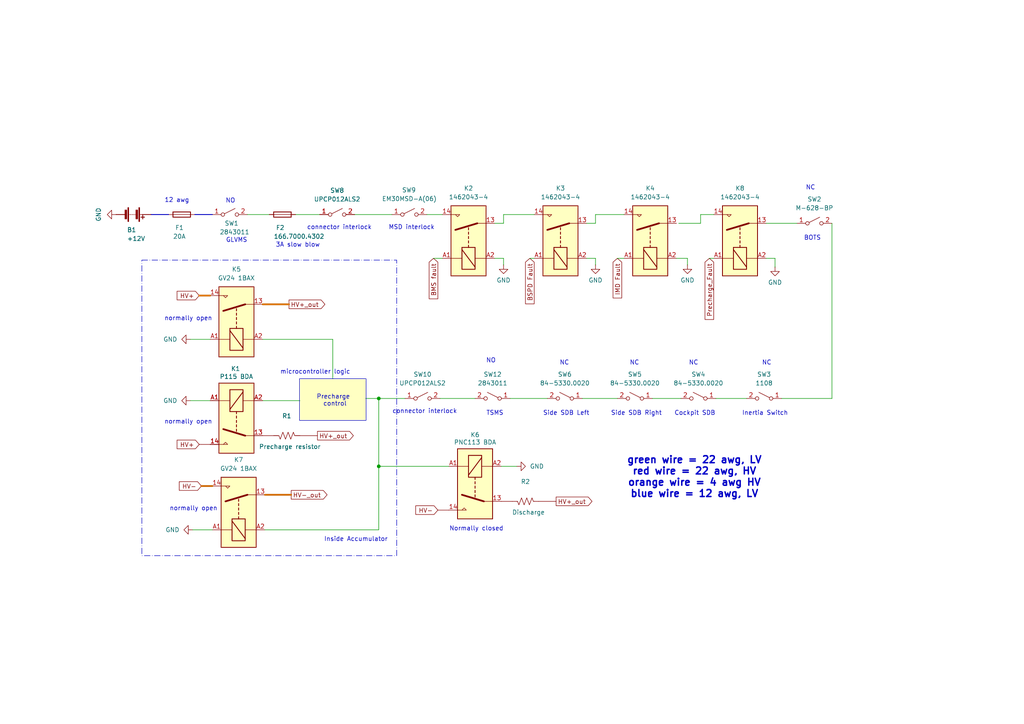
<source format=kicad_sch>
(kicad_sch (version 20250114) (generator "eeschema") (generator_version "9.0")
  (paper "A4")
  (lib_symbols
    (symbol "Device:Battery" (pin_numbers (hide yes)) (pin_names (offset 0) (hide yes))
      (property "Reference" "BT" (at 2.54 2.54 0))
      (property "Value" "Battery" (at 2.54 0 0))
      (symbol "Battery_0_1"
        (rectangle (start -2.032 1.778) (end 2.032 1.524) (fill (type outline)))
        (rectangle (start -2.032 -1.397) (end 2.032 -1.651) (fill (type outline)))
        (rectangle (start -1.3208 1.1938) (end 1.27 0.6858) (fill (type outline)))
        (rectangle (start -1.3208 -1.9812) (end 1.27 -2.4892) (fill (type outline)))
        (polyline (pts (xy 0 1.778) (xy 0 2.54)))
        (polyline (pts (xy 0 0.508) (xy 0 0.762)))
        (polyline (pts (xy 0 0) (xy 0 0.254)))
        (polyline (pts (xy 0 -0.508) (xy 0 -0.254)))
        (polyline (pts (xy 0 -1.016) (xy 0 -0.762)))
        (polyline (pts (xy 0 -1.524) (xy 0 -1.27)))
        (polyline (pts (xy 0.254 2.667) (xy 1.27 2.667)) (stroke (width 0.254)))
        (polyline (pts (xy 0.762 3.175) (xy 0.762 2.159)) (stroke (width 0.254)))
      )
      (symbol "Battery_1_1"
        (pin passive line (at 0 5.08 270) (length 2.54) (name "+") (number "1"))
        (pin passive line (at 0 -5.08 90) (length 2.54) (name "-") (number "2"))
      )
    )
    (symbol "Device:Fuse" (pin_numbers (hide yes)) (pin_names (offset 0))
      (property "Reference" "F" (at 2.032 0 90))
      (property "Value" "Fuse" (at -1.905 0 90))
      (symbol "Fuse_0_1"
        (rectangle (start -0.762 -2.54) (end 0.762 2.54) (stroke (width 0.254)))
        (polyline (pts (xy 0 2.54) (xy 0 -2.54)))
      )
      (symbol "Fuse_1_1"
        (pin passive line (at 0 3.81 270) (length 1.27) (name "~") (number "1"))
        (pin passive line (at 0 -3.81 90) (length 1.27) (name "~") (number "2"))
      )
    )
    (symbol "Device:R_US" (pin_numbers (hide yes)) (pin_names (offset 0))
      (property "Reference" "R" (at 2.54 0 90))
      (property "Value" "R_US" (at -2.54 0 90))
      (symbol "R_US_0_1"
        (polyline (pts (xy 0 2.286) (xy 0 2.54)))
        (polyline (pts (xy 0 2.286) (xy 1.016 1.905) (xy 0 1.524) (xy -1.016 1.143) (xy 0 0.762)))
        (polyline (pts (xy 0 0.762) (xy 1.016 0.381) (xy 0 0) (xy -1.016 -0.381) (xy 0 -0.762)))
        (polyline (pts (xy 0 -0.762) (xy 1.016 -1.143) (xy 0 -1.524) (xy -1.016 -1.905) (xy 0 -2.286)))
        (polyline (pts (xy 0 -2.286) (xy 0 -2.54)))
      )
      (symbol "R_US_1_1"
        (pin passive line (at 0 3.81 270) (length 1.27) (name "~") (number "1"))
        (pin passive line (at 0 -3.81 90) (length 1.27) (name "~") (number "2"))
      )
    )
    (symbol "GND_1" (power) (pin_numbers (hide yes)) (pin_names (offset 0) (hide yes))
      (property "Value" "GND" (at 0 -3.81 0))
      (symbol "GND_1_0_1"
        (polyline (pts (xy 0 0) (xy 0 -1.27) (xy 1.27 -1.27) (xy 0 -2.54) (xy -1.27 -1.27) (xy 0 -1.27)))
      )
      (symbol "GND_1_1_1"
        (pin power_in line (at 0 0 270) (length 0) (name "~") (number "1"))
      )
    )
    (symbol "Relay:Relay_SPST-NO"
      (property "Reference" "K" (at 11.43 3.81 0))
      (property "Value" "Relay_SPST-NO" (at 11.43 1.27 0))
      (symbol "Relay_SPST-NO_0_0"
        (polyline (pts (xy 7.62 5.08) (xy 7.62 2.54) (xy 6.985 3.175) (xy 7.62 3.81)))
      )
      (symbol "Relay_SPST-NO_0_1"
        (rectangle (start -10.16 5.08) (end 10.16 -5.08) (stroke (width 0.254)) (fill (type background)))
        (rectangle (start -8.255 1.905) (end -1.905 -1.905) (stroke (width 0.254)))
        (polyline (pts (xy -7.62 -1.905) (xy -2.54 1.905)) (stroke (width 0.254)))
        (polyline (pts (xy -5.08 5.08) (xy -5.08 1.905)))
        (polyline (pts (xy -5.08 -5.08) (xy -5.08 -1.905)))
        (polyline (pts (xy -1.905 0) (xy -1.27 0)) (stroke (width 0.254)))
        (polyline (pts (xy -0.635 0) (xy 0 0)) (stroke (width 0.254)))
        (polyline (pts (xy 0.635 0) (xy 1.27 0)) (stroke (width 0.254)))
        (polyline (pts (xy 1.905 0) (xy 2.54 0)) (stroke (width 0.254)))
        (polyline (pts (xy 3.175 0) (xy 3.81 0)) (stroke (width 0.254)))
        (polyline (pts (xy 5.08 -2.54) (xy 3.175 3.81)) (stroke (width 0.508)))
        (polyline (pts (xy 5.08 -2.54) (xy 5.08 -5.08)))
      )
      (symbol "Relay_SPST-NO_1_1"
        (pin passive line (at -5.08 7.62 270) (length 2.54) (name "~") (number "A1"))
        (pin passive line (at -5.08 -7.62 90) (length 2.54) (name "~") (number "A2"))
        (pin passive line (at 5.08 -7.62 90) (length 2.54) (name "~") (number "13"))
        (pin passive line (at 7.62 7.62 270) (length 2.54) (name "~") (number "14"))
      )
    )
    (symbol "Switch:SW_SPST" (pin_names (offset 0) (hide yes))
      (property "Reference" "SW" (at 0 3.175 0))
      (property "Value" "SW_SPST" (at 0 -2.54 0))
      (symbol "SW_SPST_0_0"
        (circle (center -2.032 0) (radius 0.508))
        (polyline (pts (xy -1.524 0.254) (xy 1.524 1.778)))
        (circle (center 2.032 0) (radius 0.508))
      )
      (symbol "SW_SPST_1_1"
        (pin passive line (at -5.08 0 0) (length 2.54) (name "A") (number "1"))
        (pin passive line (at 5.08 0 180) (length 2.54) (name "B") (number "2"))
      )
    )
    (symbol "power:GND" (power) (pin_names (offset 0))
      (property "Value" "GND" (at 0 -3.81 0))
      (symbol "GND_0_1"
        (polyline (pts (xy 0 0) (xy 0 -1.27) (xy 1.27 -1.27) (xy 0 -2.54) (xy -1.27 -1.27) (xy 0 -1.27)))
      )
      (symbol "GND_1_1"
        (pin power_in line (at 0 0 270) (length 0) (hide yes) (name "GND") (number "1"))
      )
    )
  )
  (rectangle (start 86.868 109.855) (end 106.172 121.92) (fill (type color) (color 255 255 194 1)))
  (rectangle (start 41.148 75.438) (end 115.062 161.163) (stroke (width 0) (type dash_dot)))
  (text "Normally closed" (at 138.176 153.416 0) (effects (font (size 1.27 1.27))))
  (text "Precharge \ncontrol" (at 97.155 116.205 0) (effects (font (size 1.27 1.27))))
  (text "Side SDB Left" (at 157.48 120.65 0) (effects (font (size 1.27 1.27)) (justify left bottom)))
  (text "Inertia Switch\n" (at 228.6 120.65 0) (effects (font (size 1.27 1.27)) (justify right bottom)))
  (text "connector interlock" (at 98.425 66.04 0) (effects (font (size 1.27 1.27))))
  (text "green wire = 22 awg, LV\nred wire = 22 awg, HV\norange wire = 4 awg HV\nblue wire = 12 awg, LV" (at 201.422 138.43 0) (effects (font (size 2.032 2.032) (thickness 0.4064) (bold yes))))
  (text "NC" (at 185.42 106.045 0) (effects (font (size 1.27 1.27)) (justify right bottom)))
  (text "NC" (at 202.565 106.045 0) (effects (font (size 1.27 1.27)) (justify right bottom)))
  (text "12 awg" (at 51.308 58.166 0) (effects (font (size 1.27 1.27))))
  (text "normally open" (at 54.61 122.428 0) (effects (font (size 1.27 1.27))))
  (text "NC" (at 165.1 106.045 0) (effects (font (size 1.27 1.27)) (justify right bottom)))
  (text "TSMS\n" (at 146.05 120.65 0) (effects (font (size 1.27 1.27)) (justify right bottom)))
  (text "Side SDB Right" (at 177.165 120.65 0) (effects (font (size 1.27 1.27)) (justify left bottom)))
  (text "normally open" (at 56.134 147.574 0) (effects (font (size 1.27 1.27))))
  (text "NC" (at 220.98 106.045 0) (effects (font (size 1.27 1.27)) (justify left bottom)))
  (text "BOTS\n" (at 238.125 69.85 0) (effects (font (size 1.27 1.27)) (justify right bottom)))
  (text "connector interlock" (at 123.19 119.38 0) (effects (font (size 1.27 1.27))))
  (text "GLVMS" (at 71.755 70.485 0) (effects (font (size 1.27 1.27)) (justify right bottom)))
  (text "NC" (at 233.68 55.245 0) (effects (font (size 1.27 1.27)) (justify left bottom)))
  (text "normally open" (at 54.61 92.456 0) (effects (font (size 1.27 1.27))))
  (text "NO" (at 140.97 105.41 0) (effects (font (size 1.27 1.27)) (justify left bottom)))
  (text "Inside Accumulator" (at 93.98 157.226 0) (effects (font (size 1.27 1.27)) (justify left bottom)))
  (text "Cockpit SDB" (at 195.58 120.65 0) (effects (font (size 1.27 1.27)) (justify left bottom)))
  (text "microcontroller logic" (at 91.44 107.95 0) (effects (font (size 1.27 1.27))))
  (text "NO" (at 65.405 59.055 0) (effects (font (size 1.27 1.27)) (justify left bottom)))
  (text "MSD interlock" (at 119.38 66.04 0) (effects (font (size 1.27 1.27))))
  (text "3A slow blow " (at 86.868 71.12 0) (effects (font (size 1.27 1.27))))
  (junction (at 109.855 115.57))
  (junction (at 109.855 135.255))
  (wire (pts (xy 222.25 64.77) (xy 231.14 64.77)))
  (wire (pts (xy 147.955 115.57) (xy 158.75 115.57)))
  (wire (pts (xy 125.73 74.93) (xy 128.27 74.93)))
  (wire (pts (xy 109.855 115.57) (xy 109.855 135.255)))
  (wire (pts (xy 143.51 64.77) (xy 146.05 64.77)))
  (wire (pts (xy 179.07 74.93) (xy 180.975 74.93)))
  (wire (pts (xy 203.2 62.23) (xy 203.2 64.77)))
  (wire (pts (xy 153.67 74.93) (xy 154.94 74.93)))
  (wire (pts (xy 76.2 116.205) (xy 86.995 116.205)))
  (wire (pts (xy 146.05 74.93) (xy 143.51 74.93)))
  (wire (pts (xy 102.87 62.23) (xy 113.665 62.23)))
  (wire (pts (xy 205.74 74.93) (xy 207.01 74.93)))
  (wire (pts (xy 127 147.955) (xy 130.175 147.955)) (stroke (width 0) (color 132 0 0 1)))
  (wire (pts (xy 170.18 64.77) (xy 172.72 64.77)))
  (wire (pts (xy 56.515 62.23) (xy 61.595 62.23)) (stroke (width 0.254) (color 0 0 194 1)))
  (wire (pts (xy 145.415 135.255) (xy 149.86 135.255)))
  (wire (pts (xy 199.39 74.93) (xy 199.39 76.835)))
  (wire (pts (xy 196.215 74.93) (xy 199.39 74.93)))
  (wire (pts (xy 172.72 74.93) (xy 172.72 76.835)))
  (wire (pts (xy 86.995 126.365) (xy 92.075 126.365)) (stroke (width 0) (color 132 0 0 1)))
  (wire (pts (xy 78.105 62.23) (xy 71.755 62.23)))
  (wire (pts (xy 226.695 115.57) (xy 241.3 115.57)))
  (wire (pts (xy 60.96 116.205) (xy 55.245 116.205)))
  (wire (pts (xy 92.71 62.23) (xy 85.725 62.23)))
  (wire (pts (xy 76.835 153.67) (xy 109.855 153.67)))
  (wire (pts (xy 123.825 62.23) (xy 128.27 62.23)))
  (wire (pts (xy 76.2 98.425) (xy 96.52 98.425)))
  (wire (pts (xy 203.2 62.23) (xy 207.01 62.23)))
  (wire (pts (xy 76.2 88.265) (xy 83.82 88.265)) (stroke (width 0.508) (color 204 102 0 1)))
  (wire (pts (xy 146.05 74.93) (xy 146.05 76.835)))
  (wire (pts (xy 146.05 62.23) (xy 154.94 62.23)))
  (wire (pts (xy 109.855 115.57) (xy 117.475 115.57)))
  (wire (pts (xy 145.415 145.415) (xy 148.59 145.415)) (stroke (width 0) (color 132 0 0 1)))
  (wire (pts (xy 76.2 126.365) (xy 79.375 126.365)) (stroke (width 0) (color 132 0 0 1)))
  (wire (pts (xy 48.895 62.23) (xy 43.815 62.23)) (stroke (width 0.254) (color 0 0 194 1)))
  (wire (pts (xy 196.85 64.77) (xy 203.2 64.77)))
  (wire (pts (xy 57.785 128.905) (xy 60.96 128.905)) (stroke (width 0) (color 132 0 0 1)))
  (wire (pts (xy 109.855 135.255) (xy 109.855 153.67)))
  (wire (pts (xy 197.485 115.57) (xy 189.23 115.57)))
  (wire (pts (xy 224.79 74.93) (xy 224.79 77.47)))
  (wire (pts (xy 146.05 64.77) (xy 146.05 62.23)))
  (wire (pts (xy 61.595 153.67) (xy 55.88 153.67)))
  (wire (pts (xy 179.07 115.57) (xy 168.91 115.57)))
  (wire (pts (xy 57.785 85.725) (xy 60.96 85.725)) (stroke (width 0.508) (color 204 102 0 1)))
  (wire (pts (xy 76.835 143.51) (xy 84.455 143.51)) (stroke (width 0.508) (color 204 102 0 1)))
  (wire (pts (xy 127.635 115.57) (xy 137.795 115.57)))
  (wire (pts (xy 58.42 140.97) (xy 61.595 140.97)) (stroke (width 0.508) (color 204 102 0 1)))
  (wire (pts (xy 109.855 135.255) (xy 130.175 135.255)))
  (wire (pts (xy 60.96 98.425) (xy 55.245 98.425)))
  (wire (pts (xy 96.52 98.425) (xy 96.52 109.855)))
  (wire (pts (xy 241.3 64.77) (xy 241.3 115.57)))
  (wire (pts (xy 106.045 115.57) (xy 109.855 115.57)))
  (wire (pts (xy 170.18 74.93) (xy 172.72 74.93)))
  (wire (pts (xy 172.72 64.77) (xy 172.72 62.23)))
  (wire (pts (xy 156.21 145.415) (xy 161.29 145.415)) (stroke (width 0) (color 132 0 0 1)))
  (wire (pts (xy 207.645 115.57) (xy 216.535 115.57)))
  (wire (pts (xy 222.25 74.93) (xy 224.79 74.93)))
  (wire (pts (xy 172.72 62.23) (xy 180.975 62.23)))
  (global_label "BMS fault" (shape input) (at 125.73 74.93 270) (property "Intersheetrefs" "${INTERSHEET_REFS}" (effects (hide yes))))
  (global_label "HV+" (shape input) (at 57.785 85.725 180) (property "Intersheetrefs" "${INTERSHEET_REFS}" (effects (hide yes))))
  (global_label "HV+_out" (shape output) (at 92.075 126.365 0) (property "Intersheetrefs" "${INTERSHEET_REFS}" (effects (hide yes))))
  (global_label "HV+" (shape input) (at 57.785 128.905 180) (property "Intersheetrefs" "${INTERSHEET_REFS}" (effects (hide yes))))
  (global_label "HV-" (shape input) (at 127 147.955 180) (property "Intersheetrefs" "${INTERSHEET_REFS}" (effects (hide yes))))
  (global_label "HV+_out" (shape output) (at 83.82 88.265 0) (property "Intersheetrefs" "${INTERSHEET_REFS}" (effects (hide yes))))
  (global_label "HV+_out" (shape output) (at 161.29 145.415 0) (property "Intersheetrefs" "${INTERSHEET_REFS}" (effects (hide yes))))
  (global_label "IMD Fault" (shape input) (at 179.07 74.93 270) (property "Intersheetrefs" "${INTERSHEET_REFS}" (effects (hide yes))))
  (global_label "BSPD Fault" (shape input) (at 153.67 74.93 270) (property "Intersheetrefs" "${INTERSHEET_REFS}" (effects (hide yes))))
  (global_label "HV-" (shape input) (at 58.42 140.97 180) (property "Intersheetrefs" "${INTERSHEET_REFS}" (effects (hide yes))))
  (global_label "Precharge_Fault" (shape input) (at 205.74 74.93 270) (property "Intersheetrefs" "${INTERSHEET_REFS}" (effects (hide yes))))
  (global_label "HV-_out" (shape output) (at 84.455 143.51 0) (property "Intersheetrefs" "${INTERSHEET_REFS}" (effects (hide yes))))
  (symbol (lib_id "Switch:SW_SPST") (at 163.83 115.57 0) (mirror y) (unit 1)
    (property "Reference" "SW6" (at 163.83 108.585 0))
    (property "Value" "84-5330.0020" (at 163.83 111.125 0))
  )
  (symbol (lib_name "GND_1") (lib_id "power:GND") (at 172.72 76.835 0) (unit 1)
    (property "Reference" "#PWR02" (effects (hide yes)))
    (property "Value" "GND" (at 172.72 81.28 0))
    (property "Description" "Power symbol creates a global label with name \"GND\" , ground" (effects (hide yes)))
  )
  (symbol (lib_id "Relay:Relay_SPST-NO") (at 214.63 69.85 90) (unit 1)
    (property "Reference" "K8" (at 214.63 54.61 90))
    (property "Value" "1462043-4" (at 214.63 57.15 90))
    (property "Description" "Relay SPST, Normally Open, EN50005" (effects (hide yes)))
  )
  (symbol (lib_id "Switch:SW_SPST") (at 142.875 115.57 0) (mirror y) (unit 1)
    (property "Reference" "SW12" (at 142.875 108.585 0))
    (property "Value" "2843011" (at 142.875 111.125 0))
  )
  (symbol (lib_id "Switch:SW_SPST") (at 202.565 115.57 0) (mirror y) (unit 1)
    (property "Reference" "SW4" (at 202.565 108.585 0))
    (property "Value" "84-5330.0020" (at 202.565 111.125 0))
  )
  (symbol (lib_id "Switch:SW_SPST") (at 236.22 64.77 0) (unit 1)
    (property "Reference" "SW2" (at 236.22 57.785 0))
    (property "Value" "M-628-BP" (at 236.22 60.325 0))
  )
  (symbol (lib_id "power:GND") (at 33.655 62.23 270) (unit 1)
    (property "Reference" "#PWR0101" (effects (hide yes)))
    (property "Value" "GND" (at 28.575 62.23 0))
  )
  (symbol (lib_id "Relay:Relay_SPST-NO") (at 162.56 69.85 90) (unit 1)
    (property "Reference" "K3" (at 162.56 54.61 90))
    (property "Value" "1462043-4" (at 162.56 57.15 90))
    (property "Description" "Relay SPST, Normally Open, EN50005" (effects (hide yes)))
  )
  (symbol (lib_id "power:GND") (at 55.245 98.425 270) (unit 1)
    (property "Reference" "#PWR04" (effects (hide yes)))
    (property "Value" "GND" (at 51.435 98.4251 90) (effects (justify right)))
  )
  (symbol (lib_id "Relay:Relay_SPST-NO") (at 68.58 121.285 90) (mirror x) (unit 1)
    (property "Reference" "K1" (at 68.326 106.934 90))
    (property "Value" "P115 BDA" (at 68.58 109.22 90))
    (property "Description" "Relay SPST, Normally Open, EN50005" (effects (hide yes)))
  )
  (symbol (lib_id "Device:Fuse") (at 81.915 62.23 270) (unit 1)
    (property "Reference" "F2" (at 80.01 66.04 90) (effects (justify left)))
    (property "Value" "166.7000.4302" (at 79.375 68.58 90) (effects (justify left)))
  )
  (symbol (lib_id "Switch:SW_SPST") (at 118.745 62.23 0) (unit 1)
    (property "Reference" "SW9" (at 118.618 55.118 0))
    (property "Value" "EM30MSD-A(06)" (at 118.745 57.658 0))
    (property "Description" "Single Pole Single Throw (SPST) switch" (effects (hide yes)))
  )
  (symbol (lib_id "Switch:SW_SPST") (at 122.555 115.57 0) (unit 1)
    (property "Reference" "SW10" (at 122.555 108.585 0))
    (property "Value" "UPCP012ALS2" (at 122.555 111.125 0))
    (property "Description" "Single Pole Single Throw (SPST) switch" (effects (hide yes)))
  )
  (symbol (lib_id "Device:Battery") (at 38.735 62.23 270) (unit 1)
    (property "Reference" "B1" (at 36.83 66.675 90) (effects (justify left)))
    (property "Value" "+12V" (at 36.83 69.215 90) (effects (justify left)))
  )
  (symbol (lib_id "Relay:Relay_SPST-NO") (at 188.595 69.85 90) (unit 1)
    (property "Reference" "K4" (at 188.595 54.61 90))
    (property "Value" "1462043-4" (at 188.595 57.15 90))
    (property "Description" "Relay SPST, Normally Open, EN50005" (effects (hide yes)))
  )
  (symbol (lib_name "GND_1") (lib_id "power:GND") (at 224.79 77.47 0) (unit 1)
    (property "Reference" "#PWR07" (effects (hide yes)))
    (property "Value" "GND" (at 224.79 81.915 0))
    (property "Description" "Power symbol creates a global label with name \"GND\" , ground" (effects (hide yes)))
  )
  (symbol (lib_id "Switch:SW_SPST") (at 66.675 62.23 0) (unit 1)
    (property "Reference" "SW1" (at 69.215 64.77 0) (effects (justify right)))
    (property "Value" "2843011" (at 72.39 67.31 0) (effects (justify right)))
  )
  (symbol (lib_id "Device:Fuse") (at 52.705 62.23 270) (unit 1)
    (property "Reference" "F1" (at 50.8 66.04 90) (effects (justify left)))
    (property "Value" "20A" (at 50.165 68.58 90) (effects (justify left)))
  )
  (symbol (lib_name "GND_1") (lib_id "power:GND") (at 146.05 76.835 0) (unit 1)
    (property "Reference" "#PWR03" (effects (hide yes)))
    (property "Value" "GND" (at 146.05 81.28 0))
    (property "Description" "Power symbol creates a global label with name \"GND\" , ground" (effects (hide yes)))
  )
  (symbol (lib_id "Switch:SW_SPST") (at 184.15 115.57 0) (mirror y) (unit 1)
    (property "Reference" "SW5" (at 184.15 108.585 0))
    (property "Value" "84-5330.0020" (at 184.15 111.125 0))
  )
  (symbol (lib_id "Switch:SW_SPST") (at 97.79 62.23 0) (unit 1)
    (property "Reference" "SW8" (at 97.79 55.245 0))
    (property "Value" "UPCP012ALS2" (at 97.79 57.785 0))
    (property "Description" "Single Pole Single Throw (SPST) switch" (effects (hide yes)))
  )
  (symbol (lib_id "Device:R_US") (at 83.185 126.365 90) (mirror x) (unit 1)
    (property "Reference" "R1" (at 83.185 120.65 90))
    (property "Value" "Precharge resistor" (at 84.074 129.54 90))
    (property "Description" "Resistor, US symbol" (effects (hide yes)))
  )
  (symbol (lib_id "Relay:Relay_SPST-NO") (at 68.58 93.345 90) (unit 1)
    (property "Reference" "K5" (at 68.58 78.105 90))
    (property "Value" "GV24 1BAX" (at 68.58 80.645 90))
    (property "Description" "Relay SPST, Normally Open, EN50005" (effects (hide yes)))
  )
  (symbol (lib_name "GND_1") (lib_id "power:GND") (at 199.39 76.835 0) (unit 1)
    (property "Reference" "#PWR01" (effects (hide yes)))
    (property "Value" "GND" (at 199.39 81.28 0))
    (property "Description" "Power symbol creates a global label with name \"GND\" , ground" (effects (hide yes)))
  )
  (symbol (lib_id "power:GND") (at 55.245 116.205 270) (mirror x) (unit 1)
    (property "Reference" "#PWR?" (effects (hide yes)))
    (property "Value" "GND" (at 51.435 116.2049 90) (effects (justify right)))
  )
  (symbol (lib_id "Switch:SW_SPST") (at 221.615 115.57 0) (mirror y) (unit 1)
    (property "Reference" "SW3" (at 221.615 108.585 0))
    (property "Value" "1108" (at 221.615 111.125 0))
  )
  (symbol (lib_id "power:GND") (at 55.88 153.67 270) (unit 1)
    (property "Reference" "#PWR06" (effects (hide yes)))
    (property "Value" "GND" (at 52.07 153.6701 90) (effects (justify right)))
  )
  (symbol (lib_id "Relay:Relay_SPST-NO") (at 135.89 69.85 90) (unit 1)
    (property "Reference" "K2" (at 135.89 54.61 90))
    (property "Value" "1462043-4" (at 135.89 57.15 90))
    (property "Description" "Relay SPST, Normally Open, EN50005" (effects (hide yes)))
  )
  (symbol (lib_id "power:GND") (at 149.86 135.255 90) (unit 1)
    (property "Reference" "#PWR05" (effects (hide yes)))
    (property "Value" "GND" (at 153.67 135.2549 90) (effects (justify right)))
  )
  (symbol (lib_id "Device:R_US") (at 152.4 145.415 90) (mirror x) (unit 1)
    (property "Reference" "R2" (at 152.4 139.7 90))
    (property "Value" "Discharge" (at 153.289 148.59 90))
    (property "Description" "Resistor, US symbol" (effects (hide yes)))
  )
  (symbol (lib_id "Relay:Relay_SPST-NO") (at 69.215 148.59 90) (unit 1)
    (property "Reference" "K7" (at 69.215 133.35 90))
    (property "Value" "GV24 1BAX" (at 69.215 135.89 90))
    (property "Description" "Relay SPST, Normally Open, EN50005" (effects (hide yes)))
  )
  (symbol (lib_id "Relay:Relay_SPST-NO") (at 137.795 140.335 90) (mirror x) (unit 1)
    (property "Reference" "K6" (at 137.795 126.111 90))
    (property "Value" "PNC113 BDA" (at 137.795 128.27 90))
    (property "Description" "Relay SPST, Normally Open, EN50005" (effects (hide yes)))
  )
)
</source>
